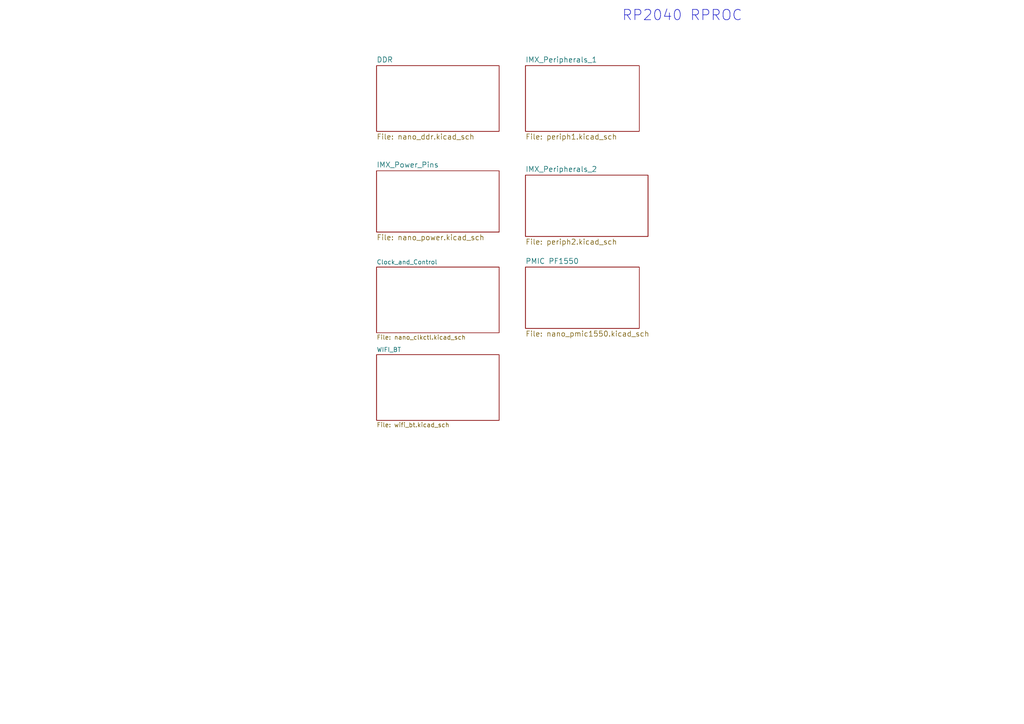
<source format=kicad_sch>
(kicad_sch (version 20211123) (generator eeschema)
  (paper "A4")
  (lib_symbols)
  (text "RP2040 RPROC" (at 180.34 6.35 0) (effects (font (size 3 3)) (justify left bottom)))
  (sheet (at 152.4 19.05) (size 33.02 19.05)
    (property "Sheet name" "IMX_Peripherals_1" (at 152.4 18.2114 0) (effects (font (size 1.524 1.524)) (justify left bottom)))
    (property "Sheet file" "periph1.kicad_sch" (at 152.4 38.7862 0) (effects (font (size 1.524 1.524)) (justify left top)))
  )
  (sheet (at 152.4 50.8) (size 35.56 17.78)
    (property "Sheet name" "IMX_Peripherals_2" (at 152.4 49.9614 0) (effects (font (size 1.524 1.524)) (justify left bottom)))
    (property "Sheet file" "periph2.kicad_sch" (at 152.4 69.2662 0) (effects (font (size 1.524 1.524)) (justify left top)))
  )
  (sheet (at 109.22 19.05) (size 35.56 19.05)
    (property "Sheet name" "DDR" (at 109.22 18.2114 0) (effects (font (size 1.524 1.524)) (justify left bottom)))
    (property "Sheet file" "nano_ddr.kicad_sch" (at 109.22 38.7862 0) (effects (font (size 1.524 1.524)) (justify left top)))
  )
  (sheet (at 109.22 49.53) (size 35.56 17.78)
    (property "Sheet name" "IMX_Power_Pins" (at 109.22 48.6914 0) (effects (font (size 1.524 1.524)) (justify left bottom)))
    (property "Sheet file" "nano_power.kicad_sch" (at 109.22 67.9962 0) (effects (font (size 1.524 1.524)) (justify left top)))
  )
  (sheet (at 152.4 77.47) (size 33.02 17.78)
    (property "Sheet name" "PMIC PF1550" (at 152.4 76.6314 0) (effects (font (size 1.524 1.524)) (justify left bottom)))
    (property "Sheet file" "nano_pmic1550.kicad_sch" (at 152.4 95.9362 0) (effects (font (size 1.524 1.524)) (justify left top)))
  )
  (sheet (at 109.22 77.47) (size 35.56 19.05)
    (property "Sheet name" "Clock_and_Control" (at 109.22 76.7584 0) (effects (justify left bottom)))
    (property "Sheet file" "nano_clkctl.kicad_sch" (at 109.22 97.1046 0) (effects (justify left top)))
  )
  (sheet (at 109.22 102.87) (size 35.56 19.05) (stroke (width 0.1524))
    (property "Sheet name" "WIFI_BT" (at 109.22 102.1584 0) (effects (justify left bottom)))
    (property "Sheet file" "wifi_bt.kicad_sch" (at 109.22 122.5046 0) (effects (justify left top)))
  )
)
</source>
